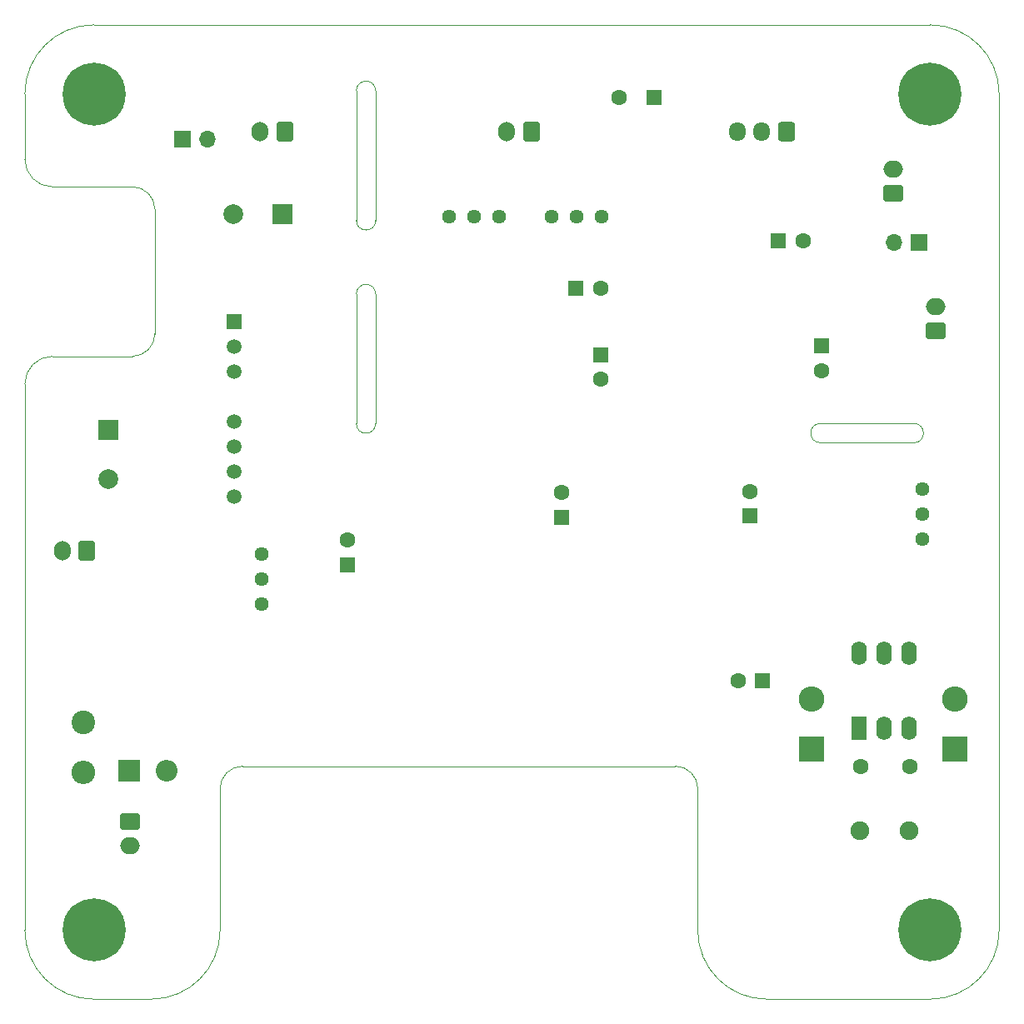
<source format=gbs>
G04 #@! TF.GenerationSoftware,KiCad,Pcbnew,7.0.7+dfsg-1*
G04 #@! TF.CreationDate,2024-09-28T12:18:31+02:00*
G04 #@! TF.ProjectId,evo-cube-sensor,65766f2d-6375-4626-952d-73656e736f72,rev?*
G04 #@! TF.SameCoordinates,Original*
G04 #@! TF.FileFunction,Soldermask,Bot*
G04 #@! TF.FilePolarity,Negative*
%FSLAX46Y46*%
G04 Gerber Fmt 4.6, Leading zero omitted, Abs format (unit mm)*
G04 Created by KiCad (PCBNEW 7.0.7+dfsg-1) date 2024-09-28 12:18:31*
%MOMM*%
%LPD*%
G01*
G04 APERTURE LIST*
G04 Aperture macros list*
%AMRoundRect*
0 Rectangle with rounded corners*
0 $1 Rounding radius*
0 $2 $3 $4 $5 $6 $7 $8 $9 X,Y pos of 4 corners*
0 Add a 4 corners polygon primitive as box body*
4,1,4,$2,$3,$4,$5,$6,$7,$8,$9,$2,$3,0*
0 Add four circle primitives for the rounded corners*
1,1,$1+$1,$2,$3*
1,1,$1+$1,$4,$5*
1,1,$1+$1,$6,$7*
1,1,$1+$1,$8,$9*
0 Add four rect primitives between the rounded corners*
20,1,$1+$1,$2,$3,$4,$5,0*
20,1,$1+$1,$4,$5,$6,$7,0*
20,1,$1+$1,$6,$7,$8,$9,0*
20,1,$1+$1,$8,$9,$2,$3,0*%
G04 Aperture macros list end*
%ADD10R,1.700000X1.700000*%
%ADD11O,1.700000X1.700000*%
%ADD12RoundRect,0.250000X0.600000X0.725000X-0.600000X0.725000X-0.600000X-0.725000X0.600000X-0.725000X0*%
%ADD13O,1.700000X1.950000*%
%ADD14R,1.600000X1.600000*%
%ADD15C,1.600000*%
%ADD16RoundRect,0.250000X0.750000X-0.600000X0.750000X0.600000X-0.750000X0.600000X-0.750000X-0.600000X0*%
%ADD17O,2.000000X1.700000*%
%ADD18C,1.440000*%
%ADD19C,1.905000*%
%ADD20C,2.400000*%
%ADD21O,2.400000X2.400000*%
%ADD22R,2.200000X2.200000*%
%ADD23O,2.200000X2.200000*%
%ADD24C,0.800000*%
%ADD25C,6.400000*%
%ADD26R,1.500000X1.500000*%
%ADD27C,1.500000*%
%ADD28R,1.600000X2.400000*%
%ADD29O,1.600000X2.400000*%
%ADD30R,2.600000X2.600000*%
%ADD31O,2.600000X2.600000*%
%ADD32RoundRect,0.250000X0.600000X0.750000X-0.600000X0.750000X-0.600000X-0.750000X0.600000X-0.750000X0*%
%ADD33O,1.700000X2.000000*%
%ADD34R,2.000000X2.000000*%
%ADD35C,2.000000*%
%ADD36RoundRect,0.250000X-0.750000X0.600000X-0.750000X-0.600000X0.750000X-0.600000X0.750000X0.600000X0*%
G04 #@! TA.AperFunction,Profile*
%ADD37C,0.100000*%
G04 #@! TD*
G04 APERTURE END LIST*
D10*
X49677400Y-44145200D03*
D11*
X52217400Y-44145200D03*
D12*
X111034200Y-43383200D03*
D13*
X108534200Y-43383200D03*
X106034200Y-43383200D03*
D14*
X114579400Y-65176400D03*
D15*
X114579400Y-67676400D03*
X123556400Y-107950000D03*
X118556400Y-107950000D03*
D16*
X121914200Y-49713200D03*
D17*
X121914200Y-47213200D03*
D18*
X81879600Y-52044600D03*
X79339600Y-52044600D03*
X76799600Y-52044600D03*
D14*
X110224688Y-54508400D03*
D15*
X112724688Y-54508400D03*
D19*
X118520200Y-114439700D03*
X123520200Y-114439700D03*
D18*
X57759600Y-91389200D03*
X57759600Y-88849200D03*
X57759600Y-86309200D03*
D20*
X39598600Y-103445800D03*
D21*
X39598600Y-108525800D03*
D22*
X44286817Y-108381800D03*
D23*
X48096817Y-108381800D03*
D16*
X126212600Y-63688600D03*
D17*
X126212600Y-61188600D03*
D14*
X97581600Y-39979600D03*
D15*
X94081600Y-39979600D03*
D10*
X124490400Y-54686200D03*
D11*
X121950400Y-54686200D03*
D14*
X66421000Y-87426800D03*
D15*
X66421000Y-84926800D03*
D24*
X123264200Y-124569200D03*
X123967144Y-122872144D03*
X123967144Y-126266256D03*
X125664200Y-122169200D03*
D25*
X125664200Y-124569200D03*
D24*
X125664200Y-126969200D03*
X127361256Y-122872144D03*
X127361256Y-126266256D03*
X128064200Y-124569200D03*
D26*
X54940200Y-62712600D03*
D27*
X54940200Y-65252600D03*
X54940200Y-67792600D03*
X54940200Y-72872600D03*
X54940200Y-75412600D03*
X54940200Y-77952600D03*
X54940200Y-80492600D03*
D24*
X38264200Y-39569200D03*
X38967144Y-37872144D03*
X38967144Y-41266256D03*
X40664200Y-37169200D03*
D25*
X40664200Y-39569200D03*
D24*
X40664200Y-41969200D03*
X42361256Y-37872144D03*
X42361256Y-41266256D03*
X43064200Y-39569200D03*
D14*
X108647113Y-99187000D03*
D15*
X106147113Y-99187000D03*
D18*
X124820500Y-84782750D03*
X124820500Y-82242750D03*
X124820500Y-79702750D03*
D28*
X118389400Y-104038400D03*
D29*
X120929400Y-104038400D03*
X123469400Y-104038400D03*
X123469400Y-96418400D03*
X120929400Y-96418400D03*
X118389400Y-96418400D03*
D18*
X92252800Y-52070000D03*
X89712800Y-52070000D03*
X87172800Y-52070000D03*
D30*
X113639600Y-106172000D03*
D31*
X113639600Y-101092000D03*
D32*
X39979600Y-86029800D03*
D33*
X37479600Y-86029800D03*
D34*
X59847877Y-51816000D03*
D35*
X54847877Y-51816000D03*
D14*
X89650688Y-59334400D03*
D15*
X92150688Y-59334400D03*
D32*
X60066200Y-43383200D03*
D33*
X57566200Y-43383200D03*
D24*
X38264200Y-124569200D03*
X38967144Y-122872144D03*
X38967144Y-126266256D03*
X40664200Y-122169200D03*
D25*
X40664200Y-124569200D03*
D24*
X40664200Y-126969200D03*
X42361256Y-122872144D03*
X42361256Y-126266256D03*
X43064200Y-124569200D03*
D34*
X42164000Y-73730723D03*
D35*
X42164000Y-78730723D03*
D24*
X123264200Y-39569200D03*
X123967144Y-37872144D03*
X123967144Y-41266256D03*
X125664200Y-37169200D03*
D25*
X125664200Y-39569200D03*
D24*
X125664200Y-41969200D03*
X127361256Y-37872144D03*
X127361256Y-41266256D03*
X128064200Y-39569200D03*
D30*
X128193800Y-106172000D03*
D31*
X128193800Y-101092000D03*
D32*
X85146200Y-43383200D03*
D33*
X82646200Y-43383200D03*
D36*
X44338200Y-113487200D03*
D17*
X44338200Y-115987200D03*
D14*
X92151200Y-66090800D03*
D15*
X92151200Y-68590800D03*
D14*
X107365800Y-82473800D03*
D15*
X107365800Y-79973800D03*
D14*
X88163400Y-82612113D03*
D15*
X88163400Y-80112113D03*
D37*
X114503200Y-73075800D02*
X124002800Y-73075800D01*
X125664200Y-131569200D02*
G75*
G03*
X132664200Y-124569200I0J7000000D01*
G01*
X46500453Y-131569203D02*
G75*
G03*
X53500453Y-124569200I-3J7000003D01*
G01*
X33670200Y-46233544D02*
X33664200Y-39569200D01*
X33664200Y-124569200D02*
G75*
G03*
X40664200Y-131569200I7000000J0D01*
G01*
X67348843Y-73089243D02*
G75*
G03*
X69303157Y-73089243I977157J0D01*
G01*
X55786453Y-107899153D02*
G75*
G03*
X53500453Y-110185200I47J-2286047D01*
G01*
X125664200Y-32569200D02*
X40664200Y-32569200D01*
X99756200Y-107899200D02*
X55786453Y-107899200D01*
X102042200Y-110185200D02*
G75*
G03*
X99756200Y-107899200I-2286000J0D01*
G01*
X46878200Y-51313544D02*
X46878200Y-63957200D01*
X53500453Y-110185200D02*
X53500453Y-124569200D01*
X46878156Y-51313544D02*
G75*
G03*
X44592200Y-49027544I-2285956J44D01*
G01*
X69303157Y-59918600D02*
G75*
G03*
X67348843Y-59918600I-977157J0D01*
G01*
X44592200Y-66243200D02*
X36464200Y-66243200D01*
X44592200Y-66243200D02*
G75*
G03*
X46878200Y-63957200I0J2286000D01*
G01*
X44592200Y-49027544D02*
X36464200Y-49027544D01*
X102042200Y-110185200D02*
X102042200Y-124569200D01*
X36464200Y-66243200D02*
G75*
G03*
X33670200Y-69037200I0J-2794000D01*
G01*
X114503200Y-73075886D02*
G75*
G03*
X114503200Y-75030114I0J-977114D01*
G01*
X109042200Y-131569200D02*
X125664200Y-131569200D01*
X124002800Y-75030114D02*
X114503200Y-75030114D01*
X67348843Y-73089243D02*
X67348843Y-59918600D01*
X67348843Y-52439043D02*
G75*
G03*
X69303157Y-52439043I977157J0D01*
G01*
X69303157Y-39268400D02*
X69303157Y-52439043D01*
X33670200Y-69037200D02*
X33670200Y-124569200D01*
X124002800Y-75030200D02*
G75*
G03*
X124002800Y-73075800I0J977200D01*
G01*
X40664200Y-32569200D02*
G75*
G03*
X33664200Y-39569200I0J-7000000D01*
G01*
X67348843Y-39268400D02*
X67348843Y-52439043D01*
X69303157Y-59918600D02*
X69303157Y-73089243D01*
X132664200Y-39569200D02*
G75*
G03*
X125664200Y-32569200I-7000000J0D01*
G01*
X33670156Y-46233544D02*
G75*
G03*
X36464200Y-49027544I2794044J44D01*
G01*
X69303157Y-39268400D02*
G75*
G03*
X67348843Y-39268400I-977157J0D01*
G01*
X40664200Y-131569200D02*
X46500453Y-131569200D01*
X102042200Y-124569200D02*
G75*
G03*
X109042200Y-131569200I7000000J0D01*
G01*
X132664200Y-124569200D02*
X132664200Y-39569200D01*
M02*

</source>
